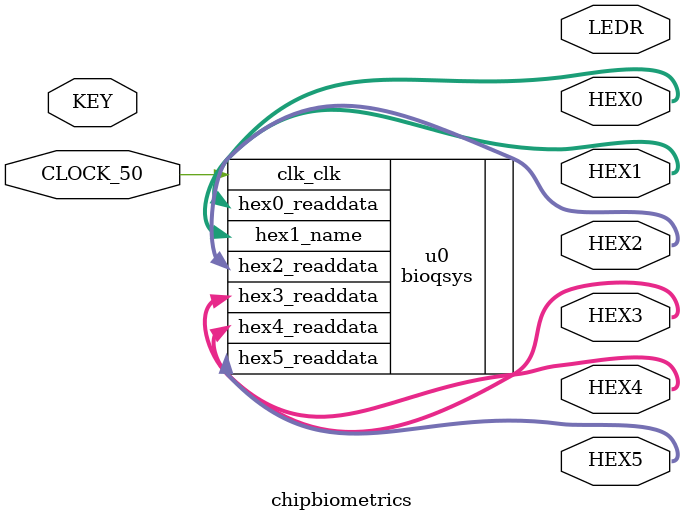
<source format=v>
module chipbiometrics(
	input 		          		CLOCK_50,
	output		     [6:0]		HEX0,
	output		     [6:0]		HEX1,
	output		     [6:0]		HEX2,
	output		     [6:0]		HEX3,
	output		     [6:0]		HEX4,
	output		     [6:0]		HEX5,
	input 		     [3:0]		KEY,
	output		     [9:0]		LEDR
);

	bioqsys u0 (
		.clk_clk       (CLOCK_50),      
		.hex0_readdata (HEX0),
		.hex1_name     (HEX1),     
		.hex2_readdata (HEX2),
		.hex3_readdata (HEX3),
		.hex4_readdata (HEX4), 
		.hex5_readdata (HEX5) 
	);


endmodule

 // quartus_sh --flow compile chipbiometrics
 // quartus_pgm -m jtag -o "p;chipbiometrics.sof@2"


</source>
